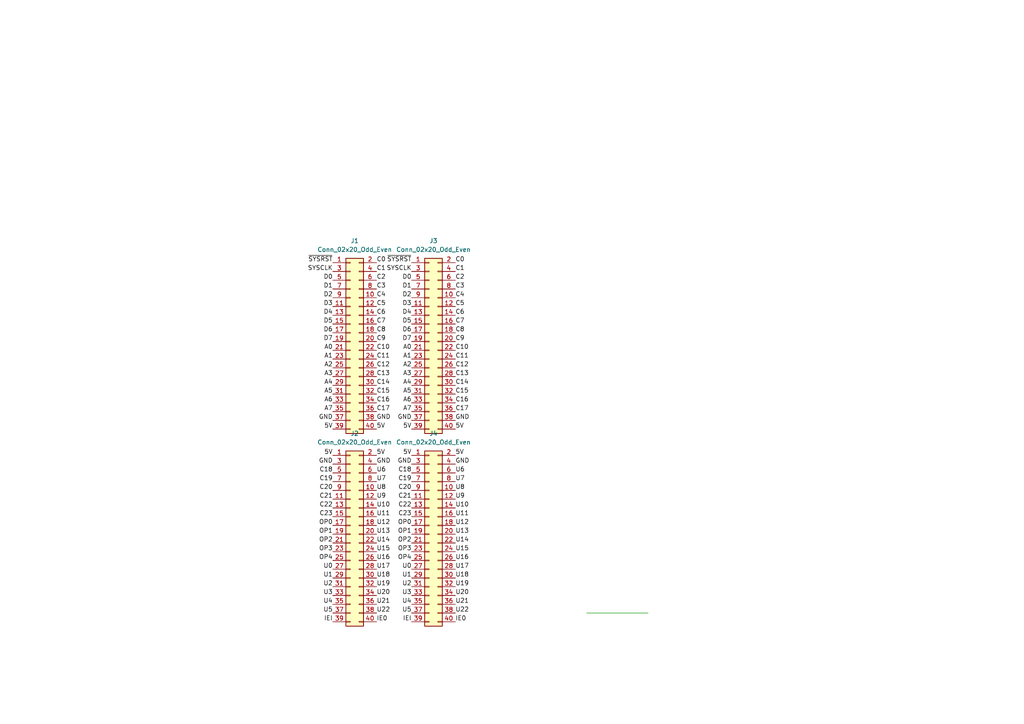
<source format=kicad_sch>
(kicad_sch (version 20230121) (generator eeschema)
  (paper "A4")
  (lib_symbols
    (symbol "Connector_Generic:Conn_02x20_Odd_Even" (pin_names (offset 1.016) hide)
      (property "Reference" "J" (at 1.27 25.4 0))
      (property "Value" "Conn_02x20_Odd_Even" (at 1.27 -27.94 0))
      (symbol "Conn_02x20_Odd_Even_1_1"
        (rectangle (start -1.27 -25.273) (end 0 -25.527) (stroke (width 0.1524)))
        (rectangle (start -1.27 -22.733) (end 0 -22.987) (stroke (width 0.1524)))
        (rectangle (start -1.27 -20.193) (end 0 -20.447) (stroke (width 0.1524)))
        (rectangle (start -1.27 -17.653) (end 0 -17.907) (stroke (width 0.1524)))
        (rectangle (start -1.27 -15.113) (end 0 -15.367) (stroke (width 0.1524)))
        (rectangle (start -1.27 -12.573) (end 0 -12.827) (stroke (width 0.1524)))
        (rectangle (start -1.27 -10.033) (end 0 -10.287) (stroke (width 0.1524)))
        (rectangle (start -1.27 -7.493) (end 0 -7.747) (stroke (width 0.1524)))
        (rectangle (start -1.27 -4.953) (end 0 -5.207) (stroke (width 0.1524)))
        (rectangle (start -1.27 -2.413) (end 0 -2.667) (stroke (width 0.1524)))
        (rectangle (start -1.27 0.127) (end 0 -0.127) (stroke (width 0.1524)))
        (rectangle (start -1.27 2.667) (end 0 2.413) (stroke (width 0.1524)))
        (rectangle (start -1.27 5.207) (end 0 4.953) (stroke (width 0.1524)))
        (rectangle (start -1.27 7.747) (end 0 7.493) (stroke (width 0.1524)))
        (rectangle (start -1.27 10.287) (end 0 10.033) (stroke (width 0.1524)))
        (rectangle (start -1.27 12.827) (end 0 12.573) (stroke (width 0.1524)))
        (rectangle (start -1.27 15.367) (end 0 15.113) (stroke (width 0.1524)))
        (rectangle (start -1.27 17.907) (end 0 17.653) (stroke (width 0.1524)))
        (rectangle (start -1.27 20.447) (end 0 20.193) (stroke (width 0.1524)))
        (rectangle (start -1.27 22.987) (end 0 22.733) (stroke (width 0.1524)))
        (rectangle (start -1.27 24.13) (end 3.81 -26.67) (stroke (width 0.254)) (fill (type background)))
        (rectangle (start 3.81 -25.273) (end 2.54 -25.527) (stroke (width 0.1524)))
        (rectangle (start 3.81 -22.733) (end 2.54 -22.987) (stroke (width 0.1524)))
        (rectangle (start 3.81 -20.193) (end 2.54 -20.447) (stroke (width 0.1524)))
        (rectangle (start 3.81 -17.653) (end 2.54 -17.907) (stroke (width 0.1524)))
        (rectangle (start 3.81 -15.113) (end 2.54 -15.367) (stroke (width 0.1524)))
        (rectangle (start 3.81 -12.573) (end 2.54 -12.827) (stroke (width 0.1524)))
        (rectangle (start 3.81 -10.033) (end 2.54 -10.287) (stroke (width 0.1524)))
        (rectangle (start 3.81 -7.493) (end 2.54 -7.747) (stroke (width 0.1524)))
        (rectangle (start 3.81 -4.953) (end 2.54 -5.207) (stroke (width 0.1524)))
        (rectangle (start 3.81 -2.413) (end 2.54 -2.667) (stroke (width 0.1524)))
        (rectangle (start 3.81 0.127) (end 2.54 -0.127) (stroke (width 0.1524)))
        (rectangle (start 3.81 2.667) (end 2.54 2.413) (stroke (width 0.1524)))
        (rectangle (start 3.81 5.207) (end 2.54 4.953) (stroke (width 0.1524)))
        (rectangle (start 3.81 7.747) (end 2.54 7.493) (stroke (width 0.1524)))
        (rectangle (start 3.81 10.287) (end 2.54 10.033) (stroke (width 0.1524)))
        (rectangle (start 3.81 12.827) (end 2.54 12.573) (stroke (width 0.1524)))
        (rectangle (start 3.81 15.367) (end 2.54 15.113) (stroke (width 0.1524)))
        (rectangle (start 3.81 17.907) (end 2.54 17.653) (stroke (width 0.1524)))
        (rectangle (start 3.81 20.447) (end 2.54 20.193) (stroke (width 0.1524)))
        (rectangle (start 3.81 22.987) (end 2.54 22.733) (stroke (width 0.1524)))
        (pin passive line (at -5.08 22.86 0) (length 3.81) (name "Pin_1") (number "1"))
        (pin passive line (at 7.62 12.7 180) (length 3.81) (name "Pin_10") (number "10"))
        (pin passive line (at -5.08 10.16 0) (length 3.81) (name "Pin_11") (number "11"))
        (pin passive line (at 7.62 10.16 180) (length 3.81) (name "Pin_12") (number "12"))
        (pin passive line (at -5.08 7.62 0) (length 3.81) (name "Pin_13") (number "13"))
        (pin passive line (at 7.62 7.62 180) (length 3.81) (name "Pin_14") (number "14"))
        (pin passive line (at -5.08 5.08 0) (length 3.81) (name "Pin_15") (number "15"))
        (pin passive line (at 7.62 5.08 180) (length 3.81) (name "Pin_16") (number "16"))
        (pin passive line (at -5.08 2.54 0) (length 3.81) (name "Pin_17") (number "17"))
        (pin passive line (at 7.62 2.54 180) (length 3.81) (name "Pin_18") (number "18"))
        (pin passive line (at -5.08 0 0) (length 3.81) (name "Pin_19") (number "19"))
        (pin passive line (at 7.62 22.86 180) (length 3.81) (name "Pin_2") (number "2"))
        (pin passive line (at 7.62 0 180) (length 3.81) (name "Pin_20") (number "20"))
        (pin passive line (at -5.08 -2.54 0) (length 3.81) (name "Pin_21") (number "21"))
        (pin passive line (at 7.62 -2.54 180) (length 3.81) (name "Pin_22") (number "22"))
        (pin passive line (at -5.08 -5.08 0) (length 3.81) (name "Pin_23") (number "23"))
        (pin passive line (at 7.62 -5.08 180) (length 3.81) (name "Pin_24") (number "24"))
        (pin passive line (at -5.08 -7.62 0) (length 3.81) (name "Pin_25") (number "25"))
        (pin passive line (at 7.62 -7.62 180) (length 3.81) (name "Pin_26") (number "26"))
        (pin passive line (at -5.08 -10.16 0) (length 3.81) (name "Pin_27") (number "27"))
        (pin passive line (at 7.62 -10.16 180) (length 3.81) (name "Pin_28") (number "28"))
        (pin passive line (at -5.08 -12.7 0) (length 3.81) (name "Pin_29") (number "29"))
        (pin passive line (at -5.08 20.32 0) (length 3.81) (name "Pin_3") (number "3"))
        (pin passive line (at 7.62 -12.7 180) (length 3.81) (name "Pin_30") (number "30"))
        (pin passive line (at -5.08 -15.24 0) (length 3.81) (name "Pin_31") (number "31"))
        (pin passive line (at 7.62 -15.24 180) (length 3.81) (name "Pin_32") (number "32"))
        (pin passive line (at -5.08 -17.78 0) (length 3.81) (name "Pin_33") (number "33"))
        (pin passive line (at 7.62 -17.78 180) (length 3.81) (name "Pin_34") (number "34"))
        (pin passive line (at -5.08 -20.32 0) (length 3.81) (name "Pin_35") (number "35"))
        (pin passive line (at 7.62 -20.32 180) (length 3.81) (name "Pin_36") (number "36"))
        (pin passive line (at -5.08 -22.86 0) (length 3.81) (name "Pin_37") (number "37"))
        (pin passive line (at 7.62 -22.86 180) (length 3.81) (name "Pin_38") (number "38"))
        (pin passive line (at -5.08 -25.4 0) (length 3.81) (name "Pin_39") (number "39"))
        (pin passive line (at 7.62 20.32 180) (length 3.81) (name "Pin_4") (number "4"))
        (pin passive line (at 7.62 -25.4 180) (length 3.81) (name "Pin_40") (number "40"))
        (pin passive line (at -5.08 17.78 0) (length 3.81) (name "Pin_5") (number "5"))
        (pin passive line (at 7.62 17.78 180) (length 3.81) (name "Pin_6") (number "6"))
        (pin passive line (at -5.08 15.24 0) (length 3.81) (name "Pin_7") (number "7"))
        (pin passive line (at 7.62 15.24 180) (length 3.81) (name "Pin_8") (number "8"))
        (pin passive line (at -5.08 12.7 0) (length 3.81) (name "Pin_9") (number "9"))
      )
    )
  )
  (wire (pts (xy 170.18 177.8) (xy 187.96 177.8)))
  (label "C6" (at 109.22 91.44 0))
  (label "A3" (at 96.52 109.22 180))
  (label "C13" (at 109.22 109.22 0))
  (label "U19" (at 109.22 170.18 0))
  (label "C16" (at 109.22 116.84 0))
  (label "U19" (at 132.08 170.18 0))
  (label "~{SYSRST}" (at 96.52 76.2 180))
  (label "C4" (at 109.22 86.36 0))
  (label "GND" (at 119.38 121.92 180))
  (label "C18" (at 96.52 137.16 180))
  (label "U14" (at 132.08 157.48 0))
  (label "C15" (at 132.08 114.3 0))
  (label "OP4" (at 96.52 162.56 180))
  (label "U5" (at 119.38 177.8 180))
  (label "OP0" (at 119.38 152.4 180))
  (label "U22" (at 132.08 177.8 0))
  (label "U9" (at 109.22 144.78 0))
  (label "D0" (at 96.52 81.28 180))
  (label "D1" (at 119.38 83.82 180))
  (label "U15" (at 109.22 160.02 0))
  (label "U0" (at 119.38 165.1 180))
  (label "C5" (at 109.22 88.9 0))
  (label "5V" (at 132.08 124.46 0))
  (label "OP2" (at 119.38 157.48 180))
  (label "D7" (at 119.38 99.06 180))
  (label "U2" (at 96.52 170.18 180))
  (label "GND" (at 109.22 121.92 0))
  (label "C12" (at 109.22 106.68 0))
  (label "A5" (at 96.52 114.3 180))
  (label "C23" (at 119.38 149.86 180))
  (label "C19" (at 119.38 139.7 180))
  (label "A3" (at 119.38 109.22 180))
  (label "U16" (at 132.08 162.56 0))
  (label "U17" (at 132.08 165.1 0))
  (label "C16" (at 132.08 116.84 0))
  (label "D7" (at 96.52 99.06 180))
  (label "GND" (at 119.38 134.62 180))
  (label "C2" (at 109.22 81.28 0))
  (label "U1" (at 119.38 167.64 180))
  (label "U8" (at 132.08 142.24 0))
  (label "OP1" (at 119.38 154.94 180))
  (label "IE0" (at 109.22 180.34 0))
  (label "D2" (at 119.38 86.36 180))
  (label "U20" (at 132.08 172.72 0))
  (label "C1" (at 132.08 78.74 0))
  (label "A1" (at 119.38 104.14 180))
  (label "U15" (at 132.08 160.02 0))
  (label "C22" (at 96.52 147.32 180))
  (label "C2" (at 132.08 81.28 0))
  (label "C14" (at 132.08 111.76 0))
  (label "GND" (at 96.52 134.62 180))
  (label "U5" (at 96.52 177.8 180))
  (label "A2" (at 119.38 106.68 180))
  (label "~{SYSRST}" (at 119.38 76.2 180))
  (label "C15" (at 109.22 114.3 0))
  (label "A2" (at 96.52 106.68 180))
  (label "SYSCLK" (at 119.38 78.74 180))
  (label "5V" (at 96.52 124.46 180))
  (label "U18" (at 132.08 167.64 0))
  (label "D3" (at 96.52 88.9 180))
  (label "C10" (at 132.08 101.6 0))
  (label "C0" (at 132.08 76.2 0))
  (label "GND" (at 96.52 121.92 180))
  (label "SYSCLK" (at 96.52 78.74 180))
  (label "OP2" (at 96.52 157.48 180))
  (label "C12" (at 132.08 106.68 0))
  (label "5V" (at 119.38 124.46 180))
  (label "IE0" (at 132.08 180.34 0))
  (label "U2" (at 119.38 170.18 180))
  (label "A7" (at 119.38 119.38 180))
  (label "GND" (at 132.08 121.92 0))
  (label "C0" (at 109.22 76.2 0))
  (label "U6" (at 132.08 137.16 0))
  (label "C14" (at 109.22 111.76 0))
  (label "OP3" (at 96.52 160.02 180))
  (label "U13" (at 109.22 154.94 0))
  (label "OP4" (at 119.38 162.56 180))
  (label "U7" (at 132.08 139.7 0))
  (label "A4" (at 119.38 111.76 180))
  (label "C21" (at 119.38 144.78 180))
  (label "IEI" (at 96.52 180.34 180))
  (label "C8" (at 132.08 96.52 0))
  (label "D4" (at 119.38 91.44 180))
  (label "U6" (at 109.22 137.16 0))
  (label "U4" (at 119.38 175.26 180))
  (label "U18" (at 109.22 167.64 0))
  (label "C18" (at 119.38 137.16 180))
  (label "A0" (at 119.38 101.6 180))
  (label "C20" (at 119.38 142.24 180))
  (label "C10" (at 109.22 101.6 0))
  (label "C11" (at 132.08 104.14 0))
  (label "C7" (at 132.08 93.98 0))
  (label "U10" (at 109.22 147.32 0))
  (label "C19" (at 96.52 139.7 180))
  (label "D2" (at 96.52 86.36 180))
  (label "D6" (at 96.52 96.52 180))
  (label "U8" (at 109.22 142.24 0))
  (label "OP1" (at 96.52 154.94 180))
  (label "D5" (at 96.52 93.98 180))
  (label "A1" (at 96.52 104.14 180))
  (label "U3" (at 119.38 172.72 180))
  (label "D3" (at 119.38 88.9 180))
  (label "C8" (at 109.22 96.52 0))
  (label "OP0" (at 96.52 152.4 180))
  (label "A5" (at 119.38 114.3 180))
  (label "C20" (at 96.52 142.24 180))
  (label "5V" (at 109.22 132.08 0))
  (label "5V" (at 119.38 132.08 180))
  (label "C23" (at 96.52 149.86 180))
  (label "D4" (at 96.52 91.44 180))
  (label "D0" (at 119.38 81.28 180))
  (label "C3" (at 109.22 83.82 0))
  (label "D6" (at 119.38 96.52 180))
  (label "C9" (at 109.22 99.06 0))
  (label "U21" (at 109.22 175.26 0))
  (label "A6" (at 96.52 116.84 180))
  (label "U3" (at 96.52 172.72 180))
  (label "C1" (at 109.22 78.74 0))
  (label "A4" (at 96.52 111.76 180))
  (label "A6" (at 119.38 116.84 180))
  (label "D5" (at 119.38 93.98 180))
  (label "U14" (at 109.22 157.48 0))
  (label "U7" (at 109.22 139.7 0))
  (label "C17" (at 132.08 119.38 0))
  (label "5V" (at 132.08 132.08 0))
  (label "A7" (at 96.52 119.38 180))
  (label "U20" (at 109.22 172.72 0))
  (label "U16" (at 109.22 162.56 0))
  (label "U11" (at 132.08 149.86 0))
  (label "C13" (at 132.08 109.22 0))
  (label "5V" (at 96.52 132.08 180))
  (label "C22" (at 119.38 147.32 180))
  (label "IEI" (at 119.38 180.34 180))
  (label "C6" (at 132.08 91.44 0))
  (label "U12" (at 132.08 152.4 0))
  (label "5V" (at 109.22 124.46 0))
  (label "U21" (at 132.08 175.26 0))
  (label "U13" (at 132.08 154.94 0))
  (label "U17" (at 109.22 165.1 0))
  (label "GND" (at 132.08 134.62 0))
  (label "U1" (at 96.52 167.64 180))
  (label "C3" (at 132.08 83.82 0))
  (label "C11" (at 109.22 104.14 0))
  (label "GND" (at 109.22 134.62 0))
  (label "C7" (at 109.22 93.98 0))
  (label "C17" (at 109.22 119.38 0))
  (label "D1" (at 96.52 83.82 180))
  (label "U11" (at 109.22 149.86 0))
  (label "U12" (at 109.22 152.4 0))
  (label "C9" (at 132.08 99.06 0))
  (label "C21" (at 96.52 144.78 180))
  (label "A0" (at 96.52 101.6 180))
  (label "OP3" (at 119.38 160.02 180))
  (label "U10" (at 132.08 147.32 0))
  (label "U9" (at 132.08 144.78 0))
  (label "C5" (at 132.08 88.9 0))
  (label "U4" (at 96.52 175.26 180))
  (label "C4" (at 132.08 86.36 0))
  (label "U0" (at 96.52 165.1 180))
  (label "U22" (at 109.22 177.8 0))
  (symbol (lib_id "Connector_Generic:Conn_02x20_Odd_Even") (at 101.6 154.94 0) (unit 1)
    (property "Reference" "J2" (at 102.87 125.73 0))
    (property "Value" "Conn_02x20_Odd_Even" (at 102.87 128.27 0))
    (property "Footprint" "Connector_PinHeader_2.54mm:PinHeader_2x20_P2.54mm_Horizontal" (effects hide))
  )
  (symbol (lib_id "Connector_Generic:Conn_02x20_Odd_Even") (at 101.6 99.06 0) (unit 1)
    (property "Reference" "J1" (at 102.87 69.85 0))
    (property "Value" "Conn_02x20_Odd_Even" (at 102.87 72.39 0))
    (property "Footprint" "Connector_PinHeader_2.54mm:PinHeader_2x20_P2.54mm_Horizontal" (effects hide))
  )
  (symbol (lib_id "Connector_Generic:Conn_02x20_Odd_Even") (at 124.46 99.06 0) (unit 1)
    (property "Reference" "J3" (at 125.73 69.85 0))
    (property "Value" "Conn_02x20_Odd_Even" (at 125.73 72.39 0))
    (property "Footprint" "Connector_PinHeader_2.54mm:PinHeader_2x20_P2.54mm_Vertical" (effects hide))
  )
  (symbol (lib_id "Connector_Generic:Conn_02x20_Odd_Even") (at 124.46 154.94 0) (unit 1)
    (property "Reference" "J4" (at 125.73 125.73 0))
    (property "Value" "Conn_02x20_Odd_Even" (at 125.73 128.27 0))
    (property "Footprint" "Connector_PinHeader_2.54mm:PinHeader_2x20_P2.54mm_Vertical" (effects hide))
  )
)
</source>
